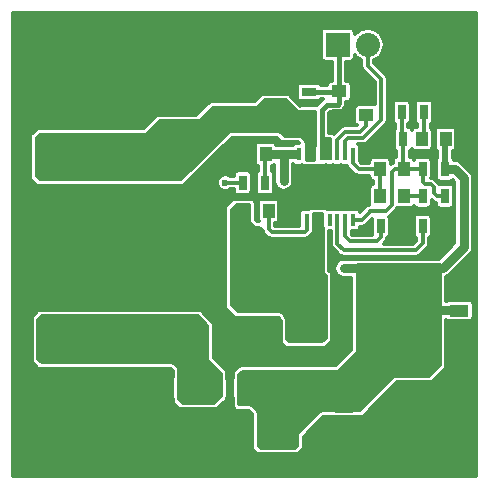
<source format=gbr>
G04 #@! TF.FileFunction,Copper,L2,Bot,Mixed*
%FSLAX46Y46*%
G04 Gerber Fmt 4.6, Leading zero omitted, Abs format (unit mm)*
G04 Created by KiCad (PCBNEW 4.0.2-stable) date 26/09/2016 11:14:20*
%MOMM*%
G01*
G04 APERTURE LIST*
%ADD10C,0.150000*%
%ADD11R,2.900680X5.400040*%
%ADD12R,1.300000X0.700000*%
%ADD13R,3.810000X3.810000*%
%ADD14R,0.450000X1.050000*%
%ADD15R,0.895000X1.470000*%
%ADD16C,0.600000*%
%ADD17C,5.600000*%
%ADD18R,1.250000X1.000000*%
%ADD19R,1.000000X1.250000*%
%ADD20R,2.600000X3.200000*%
%ADD21R,0.700000X1.300000*%
%ADD22R,3.500120X1.800860*%
%ADD23R,2.032000X2.032000*%
%ADD24O,2.032000X2.032000*%
%ADD25C,1.300000*%
%ADD26R,1.300000X1.300000*%
%ADD27R,2.700020X4.000500*%
%ADD28R,1.600000X1.000000*%
%ADD29R,1.000000X1.600000*%
%ADD30C,0.800000*%
%ADD31C,0.300000*%
%ADD32C,0.600000*%
%ADD33C,1.000000*%
%ADD34C,1.500000*%
%ADD35C,0.400000*%
%ADD36C,0.500000*%
%ADD37C,2.500000*%
%ADD38C,2.000000*%
G04 APERTURE END LIST*
D10*
D11*
X148668740Y-96520000D03*
X158671260Y-96520000D03*
D12*
X148971000Y-79944000D03*
X148971000Y-78044000D03*
D13*
X128350000Y-93726000D03*
X133350000Y-93726000D03*
D14*
X148093000Y-83331000D03*
X148743000Y-83331000D03*
X149393000Y-83331000D03*
X150043000Y-83331000D03*
X150693000Y-83331000D03*
X151343000Y-83331000D03*
X151993000Y-83331000D03*
X152643000Y-83331000D03*
X152643000Y-88881000D03*
X151993000Y-88881000D03*
X151343000Y-88881000D03*
X150693000Y-88881000D03*
X150043000Y-88881000D03*
X149393000Y-88881000D03*
X148743000Y-88881000D03*
X148093000Y-88881000D03*
D15*
X151710500Y-86841000D03*
X150815500Y-86841000D03*
X149920500Y-86841000D03*
X149025500Y-86841000D03*
X151710500Y-85371000D03*
X150815500Y-85371000D03*
X149920500Y-85371000D03*
X149025500Y-85371000D03*
D16*
X148971000Y-84963000D03*
X148971000Y-85725000D03*
X148971000Y-86487000D03*
X149987000Y-84963000D03*
X149987000Y-85725000D03*
X148971000Y-87249000D03*
X150749000Y-84963000D03*
X149987000Y-86487000D03*
X149987000Y-87249000D03*
X151638000Y-84963000D03*
X150749000Y-85725000D03*
X150749000Y-86487000D03*
X150749000Y-87249000D03*
X151638000Y-85725000D03*
X151638000Y-86487000D03*
X151638000Y-87249000D03*
D17*
X128270000Y-106172000D03*
X128270000Y-75692000D03*
X158750000Y-106172000D03*
X158750000Y-75692000D03*
D18*
X143637000Y-79740000D03*
X143637000Y-77740000D03*
X141351000Y-79740000D03*
X141351000Y-77740000D03*
X151511000Y-77994000D03*
X151511000Y-79994000D03*
X153797000Y-79994000D03*
X153797000Y-77994000D03*
D19*
X143526000Y-88138000D03*
X145526000Y-88138000D03*
X154956000Y-84582000D03*
X156956000Y-84582000D03*
X145272000Y-83312000D03*
X143272000Y-83312000D03*
X156956000Y-86868000D03*
X154956000Y-86868000D03*
X160512000Y-82042000D03*
X158512000Y-82042000D03*
D20*
X138132000Y-92710000D03*
X145332000Y-92710000D03*
D21*
X155006000Y-89408000D03*
X156906000Y-89408000D03*
X160462000Y-86868000D03*
X158562000Y-86868000D03*
X160462000Y-84582000D03*
X158562000Y-84582000D03*
X156906000Y-82042000D03*
X155006000Y-82042000D03*
X158684000Y-79756000D03*
X156784000Y-79756000D03*
X145222000Y-85725000D03*
X143322000Y-85725000D03*
D13*
X128350000Y-83566000D03*
X133350000Y-83566000D03*
X128350000Y-88646000D03*
X133350000Y-88646000D03*
X128350000Y-98806000D03*
X133350000Y-98806000D03*
D21*
X158562000Y-89408000D03*
X160462000Y-89408000D03*
D22*
X140256260Y-107061000D03*
X146255740Y-107061000D03*
D21*
X143190000Y-103124000D03*
X141290000Y-103124000D03*
D23*
X151384000Y-74041000D03*
D24*
X153924000Y-74041000D03*
D22*
X144604740Y-98806000D03*
X138605260Y-98806000D03*
D25*
X146431000Y-76748000D03*
D26*
X146431000Y-79248000D03*
D27*
X137668000Y-74724260D03*
X137668000Y-82501740D03*
D28*
X151892000Y-104672000D03*
X151892000Y-107672000D03*
D29*
X138279000Y-103124000D03*
X135279000Y-103124000D03*
D28*
X161671000Y-96544000D03*
X161671000Y-99544000D03*
D16*
X146812000Y-85598000D03*
X151892000Y-92964000D03*
X141859000Y-85725000D03*
X153797000Y-77994000D03*
X161671000Y-100965000D03*
X133731000Y-103124000D03*
X151892000Y-109093000D03*
X143637000Y-76200000D03*
X141351000Y-76200000D03*
X140081000Y-76073000D03*
X140081000Y-73406000D03*
X140081000Y-74676000D03*
X134874000Y-76200000D03*
X134874000Y-74676004D03*
X134874000Y-73533000D03*
X141478000Y-105537000D03*
X138430000Y-105537000D03*
X139446000Y-105537000D03*
X140462000Y-105537000D03*
X156906000Y-89408000D03*
X153670000Y-89662000D03*
X140462000Y-108585000D03*
X140208000Y-94742000D03*
X140208000Y-93726000D03*
X140208000Y-90678000D03*
X140208000Y-91694000D03*
X140208000Y-92710000D03*
X146304000Y-97282000D03*
X145288000Y-98806000D03*
X143256000Y-97282000D03*
X144272000Y-97282000D03*
X145288000Y-97282000D03*
X146304000Y-100330000D03*
X143256000Y-100330000D03*
X144272000Y-100330000D03*
X145288000Y-100330000D03*
X141478000Y-108585000D03*
X138430000Y-108585000D03*
X139446000Y-108585000D03*
X136144000Y-94742000D03*
X136144000Y-93726000D03*
X136144000Y-90678000D03*
X136144000Y-91694000D03*
X136144000Y-92710000D03*
X154940000Y-82042000D03*
X160528000Y-89408000D03*
X143272000Y-83312000D03*
X151511000Y-80010000D03*
X138132000Y-92710000D03*
D30*
X137668000Y-82628740D02*
X139494260Y-82628740D01*
X141351000Y-80772000D02*
X141351000Y-79740000D01*
X139494260Y-82628740D02*
X141351000Y-80772000D01*
X137668000Y-82628740D02*
X138605260Y-82628740D01*
X141351000Y-79883000D02*
X141351000Y-79740000D01*
D31*
X143510000Y-79994000D02*
X146254000Y-79994000D01*
X146254000Y-79994000D02*
X146431000Y-79817000D01*
D32*
X146431000Y-79817000D02*
X146431000Y-79248000D01*
X148971000Y-79944000D02*
X146304000Y-79944000D01*
D33*
X146304000Y-80645000D02*
X147066000Y-81407000D01*
X147066000Y-81407000D02*
X148463000Y-81407000D01*
X148463000Y-81407000D02*
X149098000Y-82042000D01*
X146304000Y-79944000D02*
X146304000Y-80645000D01*
D34*
X133350000Y-83566000D02*
X136652000Y-83566000D01*
X136652000Y-83566000D02*
X137668000Y-82550000D01*
X128350000Y-83566000D02*
X133350000Y-83566000D01*
D33*
X149098000Y-82042000D02*
X149098000Y-82486500D01*
X143764000Y-79994000D02*
X145018000Y-79994000D01*
X145018000Y-79994000D02*
X146254000Y-79994000D01*
X143764000Y-79994000D02*
X141224000Y-79994000D01*
D31*
X148743000Y-83331000D02*
X148743000Y-82397000D01*
X148743000Y-82397000D02*
X149098000Y-82042000D01*
X149393000Y-82337000D02*
X149098000Y-82042000D01*
X149393000Y-83331000D02*
X149393000Y-82337000D01*
X144018000Y-79994000D02*
X144068000Y-79944000D01*
X152019000Y-81407000D02*
X153289000Y-81407000D01*
X151343000Y-82083000D02*
X152019000Y-81407000D01*
X151343000Y-83331000D02*
X151343000Y-82083000D01*
X153797000Y-80899000D02*
X153797000Y-79994000D01*
X153289000Y-81407000D02*
X153797000Y-80899000D01*
D35*
X154010000Y-80035000D02*
X154051000Y-79994000D01*
D30*
X145332000Y-92710000D02*
X145332000Y-90722000D01*
X143526000Y-89424000D02*
X143526000Y-88138000D01*
X144018000Y-89916000D02*
X143526000Y-89424000D01*
X144526000Y-89916000D02*
X144018000Y-89916000D01*
X145332000Y-90722000D02*
X144526000Y-89916000D01*
X145332000Y-92710000D02*
X149733000Y-92710000D01*
X149733000Y-92710000D02*
X149860000Y-92710000D01*
X149860000Y-92710000D02*
X149733000Y-92710000D01*
D33*
X149733000Y-89916000D02*
X149733000Y-91777000D01*
X149733000Y-91777000D02*
X149733000Y-92710000D01*
X149733000Y-92710000D02*
X149733000Y-96090740D01*
X149733000Y-96090740D02*
X149303740Y-96520000D01*
D31*
X149393000Y-88881000D02*
X149393000Y-89957000D01*
X149606000Y-90170000D02*
X149733000Y-90170000D01*
X149733000Y-90170000D02*
X150043000Y-90170000D01*
X150043000Y-88881000D02*
X150043000Y-90170000D01*
X149393000Y-89957000D02*
X149606000Y-90170000D01*
X148743000Y-88881000D02*
X148743000Y-89763000D01*
X148743000Y-89763000D02*
X148590000Y-89916000D01*
X148590000Y-89916000D02*
X145796000Y-89916000D01*
X145796000Y-89916000D02*
X145526000Y-89646000D01*
X145526000Y-89646000D02*
X145526000Y-88138000D01*
X153162000Y-84582000D02*
X153670000Y-84582000D01*
X152643000Y-84063000D02*
X153162000Y-84582000D01*
X154956000Y-84582000D02*
X153670000Y-84582000D01*
X152643000Y-84063000D02*
X152643000Y-83331000D01*
X154956000Y-84582000D02*
X154956000Y-86868000D01*
X154159000Y-88119000D02*
X155467000Y-88119000D01*
X156210000Y-84582000D02*
X156956000Y-84582000D01*
X155956000Y-84836000D02*
X156210000Y-84582000D01*
X155956000Y-85090000D02*
X155956000Y-84836000D01*
X155956000Y-86106000D02*
X155956000Y-85090000D01*
X155956000Y-87630000D02*
X155956000Y-86106000D01*
X155448000Y-88138000D02*
X155956000Y-87630000D01*
X155467000Y-88119000D02*
X155448000Y-88138000D01*
X160462000Y-86868000D02*
X159766000Y-86868000D01*
X158562000Y-85664000D02*
X158562000Y-84582000D01*
X158750000Y-85852000D02*
X158562000Y-85664000D01*
X159258000Y-85852000D02*
X158750000Y-85852000D01*
X159512000Y-86106000D02*
X159258000Y-85852000D01*
X159512000Y-86614000D02*
X159512000Y-86106000D01*
X159766000Y-86868000D02*
X159512000Y-86614000D01*
X152643000Y-88881000D02*
X153397000Y-88881000D01*
X153397000Y-88881000D02*
X154159000Y-88119000D01*
X154159000Y-88119000D02*
X154178000Y-88100000D01*
X154178000Y-88100000D02*
X154140000Y-88138000D01*
X156906000Y-82042000D02*
X156906000Y-84532000D01*
X156906000Y-84532000D02*
X156956000Y-84582000D01*
X156784000Y-79756000D02*
X156784000Y-81920000D01*
X156784000Y-81920000D02*
X156906000Y-82042000D01*
X156718000Y-84344000D02*
X156956000Y-84582000D01*
X156956000Y-84582000D02*
X158562000Y-84582000D01*
D30*
X158671260Y-96520000D02*
X158671260Y-93042740D01*
X158671260Y-93042740D02*
X158750000Y-92964000D01*
X158750000Y-92964000D02*
X160274000Y-92964000D01*
X160274000Y-92964000D02*
X162052000Y-91186000D01*
X161290000Y-84582000D02*
X160462000Y-84582000D01*
X162052000Y-85344000D02*
X161290000Y-84582000D01*
X162052000Y-91186000D02*
X162052000Y-85344000D01*
X146812000Y-83312000D02*
X146812000Y-85598000D01*
X151892000Y-92964000D02*
X158750000Y-92964000D01*
X158671260Y-96520000D02*
X161647000Y-96520000D01*
X161647000Y-96520000D02*
X161671000Y-96544000D01*
X145796000Y-103124000D02*
X143764000Y-103124000D01*
X143764000Y-103124000D02*
X143190000Y-103124000D01*
D36*
X160462000Y-84582000D02*
X160462000Y-82092000D01*
X160462000Y-82092000D02*
X160512000Y-82042000D01*
D35*
X148336000Y-102346000D02*
X148336000Y-103124000D01*
X148336000Y-103124000D02*
X148336000Y-102870000D01*
X148336000Y-102870000D02*
X148336000Y-103124000D01*
D37*
X146304000Y-103124000D02*
X145796000Y-103124000D01*
X145796000Y-103124000D02*
X148336000Y-103124000D01*
X148336000Y-103124000D02*
X149733000Y-103124000D01*
X149733000Y-103124000D02*
X152654000Y-103124000D01*
X154432000Y-99060000D02*
X156972000Y-96520000D01*
X154432000Y-101346000D02*
X154432000Y-99060000D01*
X152654000Y-103124000D02*
X154432000Y-101346000D01*
D31*
X160462000Y-82092000D02*
X160512000Y-82042000D01*
D30*
X159258000Y-96471740D02*
X159306260Y-96520000D01*
X146525740Y-107077000D02*
X146509740Y-107061000D01*
X146525740Y-107077000D02*
X146509740Y-107061000D01*
D33*
X146542000Y-107093260D02*
X146509740Y-107061000D01*
D30*
X146542000Y-107093260D02*
X146509740Y-107061000D01*
D32*
X146542000Y-107093260D02*
X146509740Y-107061000D01*
D34*
X146304000Y-103759000D02*
X146304000Y-106855260D01*
X146304000Y-106855260D02*
X146509740Y-107061000D01*
D30*
X149733000Y-103124000D02*
X149987000Y-102870000D01*
D32*
X159322260Y-96536000D02*
X159306260Y-96520000D01*
D35*
X159258000Y-96471740D02*
X159306260Y-96520000D01*
X159512000Y-96725740D02*
X159306260Y-96520000D01*
X158941260Y-96536000D02*
X158925260Y-96520000D01*
D31*
X145222000Y-85725000D02*
X145222000Y-83362000D01*
X145222000Y-83362000D02*
X145272000Y-83312000D01*
D38*
X158671260Y-96774000D02*
X158925260Y-96520000D01*
D31*
X148074000Y-83312000D02*
X147828000Y-83312000D01*
D30*
X147828000Y-83312000D02*
X146812000Y-83312000D01*
D31*
X148074000Y-83312000D02*
X148093000Y-83331000D01*
D30*
X145272000Y-83312000D02*
X146812000Y-83312000D01*
D31*
X156956000Y-86868000D02*
X158562000Y-86868000D01*
X158684000Y-79756000D02*
X158684000Y-81870000D01*
X158684000Y-81870000D02*
X158512000Y-82042000D01*
X155067000Y-77089000D02*
X155067000Y-76962000D01*
X155067000Y-77089000D02*
X155067000Y-80391000D01*
X155067000Y-80391000D02*
X154051000Y-81407000D01*
X154051000Y-81407000D02*
X153543000Y-81915000D01*
X153543000Y-81915000D02*
X152273000Y-81915000D01*
X152273000Y-81915000D02*
X151993000Y-82195000D01*
X151993000Y-83331000D02*
X151993000Y-82195000D01*
X153924000Y-75819000D02*
X153924000Y-74041000D01*
X155067000Y-76962000D02*
X153924000Y-75819000D01*
X154178000Y-90678000D02*
X154686000Y-90678000D01*
X151993000Y-90271000D02*
X152400000Y-90678000D01*
X152400000Y-90678000D02*
X154178000Y-90678000D01*
X155006000Y-89408000D02*
X155006000Y-90358000D01*
X151993000Y-90271000D02*
X151993000Y-88881000D01*
X154686000Y-90678000D02*
X155006000Y-90358000D01*
X141859000Y-85725000D02*
X143322000Y-85725000D01*
X151892000Y-91440000D02*
X157480000Y-91440000D01*
X151343000Y-90891000D02*
X151892000Y-91440000D01*
X157480000Y-91440000D02*
X157988000Y-91440000D01*
X157988000Y-91440000D02*
X158562000Y-90866000D01*
X151343000Y-88881000D02*
X151343000Y-90891000D01*
X158562000Y-90866000D02*
X158562000Y-89408000D01*
X161671000Y-99544000D02*
X161671000Y-100965000D01*
X135279000Y-103124000D02*
X133731000Y-103124000D01*
X151892000Y-107672000D02*
X151892000Y-109093000D01*
X143637000Y-77740000D02*
X143637000Y-76200000D01*
X141351000Y-77740000D02*
X141351000Y-76200000D01*
X140081000Y-74676000D02*
X140081000Y-76073000D01*
X140081000Y-73406000D02*
X140081000Y-74676000D01*
X137668000Y-74724260D02*
X140032740Y-74724260D01*
X140032740Y-74724260D02*
X140081000Y-74676000D01*
X134874000Y-74676004D02*
X134874000Y-76200000D01*
X134922256Y-74724260D02*
X134874000Y-74676004D01*
X137668000Y-74724260D02*
X134922256Y-74724260D01*
X140510260Y-107061000D02*
X140510260Y-105585260D01*
X139446000Y-105537000D02*
X138430000Y-105537000D01*
X140510260Y-105585260D02*
X140462000Y-105537000D01*
D35*
X140462000Y-108585000D02*
X140510260Y-108536740D01*
X140510260Y-107061000D02*
X140510260Y-108536740D01*
X140208000Y-93726000D02*
X140208000Y-94742000D01*
X138132000Y-92710000D02*
X140208000Y-92710000D01*
X140208000Y-91694000D02*
X140208000Y-90678000D01*
X145288000Y-97282000D02*
X146304000Y-97282000D01*
D30*
X145239740Y-98806000D02*
X145288000Y-98806000D01*
D35*
X145288000Y-97282000D02*
X144272000Y-97282000D01*
X145288000Y-100330000D02*
X146304000Y-100330000D01*
X145239740Y-98806000D02*
X145239740Y-100281740D01*
X144272000Y-100330000D02*
X143256000Y-100330000D01*
X145239740Y-100281740D02*
X145288000Y-100330000D01*
X139446000Y-108585000D02*
X138430000Y-108585000D01*
X136144000Y-93726000D02*
X136144000Y-94742000D01*
X138132000Y-92710000D02*
X136144000Y-92710000D01*
X136144000Y-91694000D02*
X136144000Y-90678000D01*
X154940000Y-82042000D02*
X155006000Y-82042000D01*
X160528000Y-89408000D02*
X160462000Y-89408000D01*
D31*
X148639000Y-86841000D02*
X149025500Y-86841000D01*
D30*
X138132000Y-91484000D02*
X138132000Y-92710000D01*
D31*
X151511000Y-80010000D02*
X151511000Y-79994000D01*
X150693000Y-82113000D02*
X150043000Y-82113000D01*
X150693000Y-83331000D02*
X150693000Y-82113000D01*
X150043000Y-82113000D02*
X150043000Y-82042000D01*
X150043000Y-83331000D02*
X150043000Y-82042000D01*
D35*
X150043000Y-82042000D02*
X150043000Y-79573000D01*
X150043000Y-79573000D02*
X150241000Y-79375000D01*
X151511000Y-74168000D02*
X151511000Y-76200000D01*
X151511000Y-76200000D02*
X151511000Y-77994000D01*
D31*
X151511000Y-74168000D02*
X151384000Y-74041000D01*
X150114000Y-79502000D02*
X150241000Y-79375000D01*
D35*
X150241000Y-79375000D02*
X150495000Y-79121000D01*
X150495000Y-79121000D02*
X151384000Y-79121000D01*
X151384000Y-79121000D02*
X151511000Y-78994000D01*
X151511000Y-78994000D02*
X151511000Y-77994000D01*
X148971000Y-78044000D02*
X151461000Y-78044000D01*
D31*
X151461000Y-78044000D02*
X151511000Y-77994000D01*
D35*
X136652000Y-99584000D02*
X138462260Y-99584000D01*
X138462260Y-99584000D02*
X139240260Y-98806000D01*
D37*
X139240260Y-98806000D02*
X139240260Y-101902260D01*
X139240260Y-101902260D02*
X140208000Y-102870000D01*
D31*
X139240260Y-98806000D02*
X139240260Y-101648260D01*
X139240260Y-101648260D02*
X140716000Y-103124000D01*
X140716000Y-103124000D02*
X141290000Y-103124000D01*
D37*
X133350000Y-98806000D02*
X139240260Y-98806000D01*
D30*
X139176000Y-98870260D02*
X139240260Y-98806000D01*
X139176000Y-98870260D02*
X139240260Y-98806000D01*
D37*
X133350000Y-98806000D02*
X128350000Y-98806000D01*
D31*
G36*
X163097000Y-110519000D02*
X123923000Y-110519000D01*
X123923000Y-97282000D01*
X125453000Y-97282000D01*
X125453000Y-100711000D01*
X125482694Y-100863022D01*
X125571329Y-100996671D01*
X125952329Y-101377671D01*
X126080821Y-101464170D01*
X126238000Y-101496000D01*
X137246658Y-101496000D01*
X137391000Y-101640342D01*
X137391000Y-102205909D01*
X137367086Y-102324000D01*
X137367086Y-103924000D01*
X137391000Y-104051094D01*
X137391000Y-104140000D01*
X137420694Y-104292022D01*
X137509329Y-104425671D01*
X137890329Y-104806671D01*
X138018821Y-104893170D01*
X138176000Y-104925000D01*
X140970000Y-104925000D01*
X141122022Y-104895306D01*
X141255671Y-104806671D01*
X141890671Y-104171671D01*
X141977170Y-104043179D01*
X141990705Y-103976344D01*
X142019461Y-103934258D01*
X142051914Y-103774000D01*
X142051914Y-103124000D01*
X142386000Y-103124000D01*
X142428086Y-103335580D01*
X142428086Y-103774000D01*
X142456256Y-103923713D01*
X142471000Y-103946626D01*
X142471000Y-104521000D01*
X142500694Y-104673022D01*
X142589329Y-104806671D01*
X142716329Y-104933671D01*
X142844821Y-105020170D01*
X143002000Y-105052000D01*
X143850658Y-105052000D01*
X144122000Y-105323342D01*
X144122000Y-106021146D01*
X144093766Y-106160570D01*
X144093766Y-107961430D01*
X144121936Y-108111143D01*
X144131604Y-108126167D01*
X144151694Y-108229022D01*
X144240329Y-108362671D01*
X144494329Y-108616671D01*
X144622821Y-108703170D01*
X144780000Y-108735000D01*
X147828000Y-108735000D01*
X147980022Y-108705306D01*
X148113671Y-108616671D01*
X148367671Y-108362671D01*
X148454170Y-108234179D01*
X148486000Y-108077000D01*
X148486000Y-107228342D01*
X150154342Y-105560000D01*
X150973909Y-105560000D01*
X151092000Y-105583914D01*
X152692000Y-105583914D01*
X152819094Y-105560000D01*
X153289000Y-105560000D01*
X153441022Y-105530306D01*
X153574671Y-105441671D01*
X156377342Y-102639000D01*
X159131000Y-102639000D01*
X159283022Y-102609306D01*
X159416671Y-102520671D01*
X160432671Y-101504671D01*
X160519170Y-101376179D01*
X160551000Y-101219000D01*
X160551000Y-97324000D01*
X160571094Y-97324000D01*
X160575737Y-97331216D01*
X160710742Y-97423461D01*
X160871000Y-97455914D01*
X162471000Y-97455914D01*
X162620713Y-97427744D01*
X162758216Y-97339263D01*
X162850461Y-97204258D01*
X162882914Y-97044000D01*
X162882914Y-96044000D01*
X162854744Y-95894287D01*
X162766263Y-95756784D01*
X162631258Y-95664539D01*
X162471000Y-95632086D01*
X160871000Y-95632086D01*
X160721287Y-95660256D01*
X160634659Y-95716000D01*
X160551000Y-95716000D01*
X160551000Y-93712901D01*
X160581678Y-93706799D01*
X160842514Y-93532514D01*
X162620514Y-91754514D01*
X162794799Y-91493678D01*
X162856000Y-91186000D01*
X162856000Y-85344000D01*
X162814626Y-85136000D01*
X162794799Y-85036322D01*
X162620514Y-84775486D01*
X161858514Y-84013486D01*
X161597678Y-83839201D01*
X161290000Y-83778000D01*
X161192985Y-83778000D01*
X161116000Y-83658362D01*
X161116000Y-83059345D01*
X161161713Y-83050744D01*
X161299216Y-82962263D01*
X161391461Y-82827258D01*
X161423914Y-82667000D01*
X161423914Y-81417000D01*
X161395744Y-81267287D01*
X161307263Y-81129784D01*
X161172258Y-81037539D01*
X161012000Y-81005086D01*
X160012000Y-81005086D01*
X159862287Y-81033256D01*
X159724784Y-81121737D01*
X159632539Y-81256742D01*
X159600086Y-81417000D01*
X159600086Y-82667000D01*
X159628256Y-82816713D01*
X159716737Y-82954216D01*
X159808000Y-83016573D01*
X159808000Y-83661301D01*
X159732539Y-83771742D01*
X159700086Y-83932000D01*
X159700086Y-84370420D01*
X159658000Y-84582000D01*
X159700086Y-84793580D01*
X159700086Y-85232000D01*
X159728256Y-85381713D01*
X159816737Y-85519216D01*
X159951742Y-85611461D01*
X160112000Y-85643914D01*
X160812000Y-85643914D01*
X160961713Y-85615744D01*
X161098619Y-85527647D01*
X161248000Y-85677028D01*
X161248000Y-90852972D01*
X159940972Y-92160000D01*
X151892000Y-92160000D01*
X151584323Y-92221201D01*
X151323486Y-92395486D01*
X151149201Y-92656323D01*
X151088000Y-92964000D01*
X151149201Y-93271677D01*
X151323486Y-93532514D01*
X151584323Y-93706799D01*
X151892000Y-93768000D01*
X152504000Y-93768000D01*
X152504000Y-99908658D01*
X151216658Y-101196000D01*
X143256000Y-101196000D01*
X143103978Y-101225694D01*
X142970329Y-101314329D01*
X142589329Y-101695329D01*
X142502830Y-101823821D01*
X142471000Y-101981000D01*
X142471000Y-102298432D01*
X142460539Y-102313742D01*
X142428086Y-102474000D01*
X142428086Y-102912420D01*
X142386000Y-103124000D01*
X142051914Y-103124000D01*
X142051914Y-102474000D01*
X142023744Y-102324287D01*
X142009000Y-102301374D01*
X142009000Y-101854000D01*
X141979306Y-101701978D01*
X141890671Y-101568329D01*
X140894260Y-100571918D01*
X140894260Y-98806000D01*
X140866000Y-98663927D01*
X140866000Y-97790000D01*
X140836306Y-97637978D01*
X140747671Y-97504329D01*
X139858671Y-96615329D01*
X139730179Y-96528830D01*
X139573000Y-96497000D01*
X135294081Y-96497000D01*
X135255000Y-96489086D01*
X131445000Y-96489086D01*
X131402940Y-96497000D01*
X130294081Y-96497000D01*
X130255000Y-96489086D01*
X126445000Y-96489086D01*
X126402940Y-96497000D01*
X126238000Y-96497000D01*
X126085978Y-96526694D01*
X125952329Y-96615329D01*
X125571329Y-96996329D01*
X125484830Y-97124821D01*
X125453000Y-97282000D01*
X123923000Y-97282000D01*
X123923000Y-81915000D01*
X125326000Y-81915000D01*
X125326000Y-85217000D01*
X125355694Y-85369022D01*
X125444329Y-85502671D01*
X125825329Y-85883671D01*
X125953821Y-85970170D01*
X126111000Y-86002000D01*
X138176000Y-86002000D01*
X138328022Y-85972306D01*
X138461671Y-85883671D01*
X138480922Y-85864420D01*
X141154878Y-85864420D01*
X141261830Y-86123263D01*
X141459695Y-86321474D01*
X141718351Y-86428877D01*
X141998420Y-86429122D01*
X142257263Y-86322170D01*
X142300508Y-86279000D01*
X142560086Y-86279000D01*
X142560086Y-86375000D01*
X142588256Y-86524713D01*
X142676737Y-86662216D01*
X142811742Y-86754461D01*
X142972000Y-86786914D01*
X143672000Y-86786914D01*
X143821713Y-86758744D01*
X143959216Y-86670263D01*
X144051461Y-86535258D01*
X144083914Y-86375000D01*
X144083914Y-85075000D01*
X144055744Y-84925287D01*
X143967263Y-84787784D01*
X143832258Y-84695539D01*
X143672000Y-84663086D01*
X142972000Y-84663086D01*
X142822287Y-84691256D01*
X142684784Y-84779737D01*
X142592539Y-84914742D01*
X142560086Y-85075000D01*
X142560086Y-85171000D01*
X142300705Y-85171000D01*
X142258305Y-85128526D01*
X141999649Y-85021123D01*
X141719580Y-85020878D01*
X141460737Y-85127830D01*
X141262526Y-85325695D01*
X141155123Y-85584351D01*
X141154878Y-85864420D01*
X138480922Y-85864420D01*
X142407342Y-81938000D01*
X146263658Y-81938000D01*
X146526329Y-82200671D01*
X146654821Y-82287170D01*
X146812000Y-82319000D01*
X148041658Y-82319000D01*
X148116744Y-82394086D01*
X147868000Y-82394086D01*
X147718287Y-82422256D01*
X147585037Y-82508000D01*
X146136898Y-82508000D01*
X146067263Y-82399784D01*
X145932258Y-82307539D01*
X145772000Y-82275086D01*
X144772000Y-82275086D01*
X144622287Y-82303256D01*
X144484784Y-82391737D01*
X144392539Y-82526742D01*
X144360086Y-82687000D01*
X144360086Y-83937000D01*
X144388256Y-84086713D01*
X144476737Y-84224216D01*
X144611742Y-84316461D01*
X144668000Y-84327854D01*
X144668000Y-84726189D01*
X144584784Y-84779737D01*
X144492539Y-84914742D01*
X144460086Y-85075000D01*
X144460086Y-86375000D01*
X144488256Y-86524713D01*
X144576737Y-86662216D01*
X144711742Y-86754461D01*
X144872000Y-86786914D01*
X145572000Y-86786914D01*
X145721713Y-86758744D01*
X145859216Y-86670263D01*
X145951461Y-86535258D01*
X145983914Y-86375000D01*
X145983914Y-85075000D01*
X145955744Y-84925287D01*
X145867263Y-84787784D01*
X145776000Y-84725427D01*
X145776000Y-84348161D01*
X145921713Y-84320744D01*
X146008000Y-84265220D01*
X146008000Y-85598000D01*
X146069201Y-85905677D01*
X146243486Y-86166514D01*
X146504323Y-86340799D01*
X146812000Y-86402000D01*
X147119677Y-86340799D01*
X147380514Y-86166514D01*
X147554799Y-85905677D01*
X147616000Y-85598000D01*
X147616000Y-84172776D01*
X147707742Y-84235461D01*
X147868000Y-84267914D01*
X148318000Y-84267914D01*
X148349211Y-84262041D01*
X148432821Y-84319170D01*
X148590000Y-84351000D01*
X149606000Y-84351000D01*
X149752837Y-84323371D01*
X149839019Y-84267914D01*
X150268000Y-84267914D01*
X150371672Y-84248407D01*
X150468000Y-84267914D01*
X150918000Y-84267914D01*
X151021672Y-84248407D01*
X151118000Y-84267914D01*
X151568000Y-84267914D01*
X151671672Y-84248407D01*
X151768000Y-84267914D01*
X152129760Y-84267914D01*
X152131171Y-84275007D01*
X152251263Y-84454737D01*
X152770263Y-84973737D01*
X152949993Y-85093829D01*
X153162000Y-85136000D01*
X154044086Y-85136000D01*
X154044086Y-85207000D01*
X154072256Y-85356713D01*
X154160737Y-85494216D01*
X154295742Y-85586461D01*
X154402000Y-85607979D01*
X154402000Y-85841247D01*
X154306287Y-85859256D01*
X154168784Y-85947737D01*
X154076539Y-86082742D01*
X154044086Y-86243000D01*
X154044086Y-87493000D01*
X154058530Y-87569764D01*
X153965994Y-87588171D01*
X153786263Y-87708263D01*
X153257523Y-88237003D01*
X153251744Y-88206287D01*
X153163263Y-88068784D01*
X153028258Y-87976539D01*
X152868000Y-87944086D01*
X152418000Y-87944086D01*
X152314328Y-87963593D01*
X152218000Y-87944086D01*
X151768000Y-87944086D01*
X151664328Y-87963593D01*
X151568000Y-87944086D01*
X151118000Y-87944086D01*
X151014328Y-87963593D01*
X150918000Y-87944086D01*
X150473194Y-87944086D01*
X150398179Y-87892830D01*
X150241000Y-87861000D01*
X149225000Y-87861000D01*
X149078163Y-87888629D01*
X148986241Y-87947780D01*
X148968000Y-87944086D01*
X148518000Y-87944086D01*
X148368287Y-87972256D01*
X148230784Y-88060737D01*
X148138539Y-88195742D01*
X148106086Y-88356000D01*
X148106086Y-89362000D01*
X146080000Y-89362000D01*
X146080000Y-89164753D01*
X146175713Y-89146744D01*
X146313216Y-89058263D01*
X146405461Y-88923258D01*
X146437914Y-88763000D01*
X146437914Y-87513000D01*
X146409744Y-87363287D01*
X146321263Y-87225784D01*
X146186258Y-87133539D01*
X146026000Y-87101086D01*
X145026000Y-87101086D01*
X144876287Y-87129256D01*
X144738784Y-87217737D01*
X144646539Y-87352742D01*
X144614086Y-87513000D01*
X144614086Y-88763000D01*
X144642256Y-88912713D01*
X144700998Y-89004000D01*
X144566342Y-89004000D01*
X144422000Y-88859658D01*
X144422000Y-88841586D01*
X144437914Y-88763000D01*
X144437914Y-87513000D01*
X144409744Y-87363287D01*
X144321263Y-87225784D01*
X144186258Y-87133539D01*
X144176147Y-87131492D01*
X144175179Y-87130830D01*
X144018000Y-87099000D01*
X142748000Y-87099000D01*
X142595978Y-87128694D01*
X142462329Y-87217329D01*
X141954329Y-87725329D01*
X141867830Y-87853821D01*
X141836000Y-88011000D01*
X141836000Y-96139000D01*
X141865694Y-96291022D01*
X141954329Y-96424671D01*
X142589329Y-97059671D01*
X142717821Y-97146170D01*
X142875000Y-97178000D01*
X146263658Y-97178000D01*
X146535000Y-97449342D01*
X146535000Y-99060000D01*
X146564694Y-99212022D01*
X146653329Y-99345671D01*
X146907329Y-99599671D01*
X147035821Y-99686170D01*
X147193000Y-99718000D01*
X150114000Y-99718000D01*
X150266022Y-99688306D01*
X150399671Y-99599671D01*
X150780671Y-99218671D01*
X150867170Y-99090179D01*
X150899000Y-98933000D01*
X150899000Y-93599000D01*
X150869306Y-93446978D01*
X150780671Y-93313329D01*
X150645000Y-93177658D01*
X150645000Y-92805519D01*
X150664000Y-92710000D01*
X150645000Y-92614481D01*
X150645000Y-89817914D01*
X150789000Y-89817914D01*
X150789000Y-90891000D01*
X150831171Y-91103007D01*
X150951263Y-91282737D01*
X151500263Y-91831737D01*
X151679993Y-91951829D01*
X151892000Y-91994000D01*
X157988000Y-91994000D01*
X158200007Y-91951829D01*
X158379737Y-91831737D01*
X158953737Y-91257737D01*
X159073830Y-91078006D01*
X159116000Y-90866000D01*
X159116000Y-90406811D01*
X159199216Y-90353263D01*
X159291461Y-90218258D01*
X159323914Y-90058000D01*
X159323914Y-88758000D01*
X159295744Y-88608287D01*
X159207263Y-88470784D01*
X159072258Y-88378539D01*
X158912000Y-88346086D01*
X158212000Y-88346086D01*
X158062287Y-88374256D01*
X157924784Y-88462737D01*
X157832539Y-88597742D01*
X157800086Y-88758000D01*
X157800086Y-90058000D01*
X157828256Y-90207713D01*
X157916737Y-90345216D01*
X158008000Y-90407573D01*
X158008000Y-90636526D01*
X157758526Y-90886000D01*
X155261474Y-90886000D01*
X155397737Y-90749737D01*
X155410565Y-90730539D01*
X155517829Y-90570007D01*
X155548866Y-90413976D01*
X155643216Y-90353263D01*
X155735461Y-90218258D01*
X155767914Y-90058000D01*
X155767914Y-88758000D01*
X155739744Y-88608287D01*
X155734462Y-88600079D01*
X155839737Y-88529737D01*
X156347737Y-88021738D01*
X156429396Y-87899527D01*
X156456000Y-87904914D01*
X157456000Y-87904914D01*
X157605713Y-87876744D01*
X157743216Y-87788263D01*
X157827679Y-87664647D01*
X157828256Y-87667713D01*
X157916737Y-87805216D01*
X158051742Y-87897461D01*
X158212000Y-87929914D01*
X158912000Y-87929914D01*
X159061713Y-87901744D01*
X159199216Y-87813263D01*
X159291461Y-87678258D01*
X159323914Y-87518000D01*
X159323914Y-87209388D01*
X159374263Y-87259737D01*
X159553993Y-87379829D01*
X159700086Y-87408889D01*
X159700086Y-87518000D01*
X159728256Y-87667713D01*
X159816737Y-87805216D01*
X159951742Y-87897461D01*
X160112000Y-87929914D01*
X160812000Y-87929914D01*
X160961713Y-87901744D01*
X161099216Y-87813263D01*
X161191461Y-87678258D01*
X161223914Y-87518000D01*
X161223914Y-86218000D01*
X161195744Y-86068287D01*
X161107263Y-85930784D01*
X160972258Y-85838539D01*
X160812000Y-85806086D01*
X160112000Y-85806086D01*
X159981499Y-85830641D01*
X159903737Y-85714263D01*
X159649737Y-85460263D01*
X159637362Y-85451994D01*
X159470007Y-85340171D01*
X159308514Y-85308048D01*
X159323914Y-85232000D01*
X159323914Y-83932000D01*
X159295744Y-83782287D01*
X159207263Y-83644784D01*
X159072258Y-83552539D01*
X158912000Y-83520086D01*
X158212000Y-83520086D01*
X158062287Y-83548256D01*
X157924784Y-83636737D01*
X157832539Y-83771742D01*
X157828789Y-83790262D01*
X157751263Y-83669784D01*
X157616258Y-83577539D01*
X157460000Y-83545896D01*
X157460000Y-83040811D01*
X157543216Y-82987263D01*
X157635461Y-82852258D01*
X157639211Y-82833738D01*
X157716737Y-82954216D01*
X157851742Y-83046461D01*
X158012000Y-83078914D01*
X159012000Y-83078914D01*
X159161713Y-83050744D01*
X159299216Y-82962263D01*
X159391461Y-82827258D01*
X159423914Y-82667000D01*
X159423914Y-81417000D01*
X159395744Y-81267287D01*
X159307263Y-81129784D01*
X159238000Y-81082459D01*
X159238000Y-80754811D01*
X159321216Y-80701263D01*
X159413461Y-80566258D01*
X159445914Y-80406000D01*
X159445914Y-79106000D01*
X159417744Y-78956287D01*
X159329263Y-78818784D01*
X159194258Y-78726539D01*
X159034000Y-78694086D01*
X158334000Y-78694086D01*
X158184287Y-78722256D01*
X158046784Y-78810737D01*
X157954539Y-78945742D01*
X157922086Y-79106000D01*
X157922086Y-80406000D01*
X157950256Y-80555713D01*
X158038737Y-80693216D01*
X158130000Y-80755573D01*
X158130000Y-81005086D01*
X158012000Y-81005086D01*
X157862287Y-81033256D01*
X157724784Y-81121737D01*
X157640321Y-81245353D01*
X157639744Y-81242287D01*
X157551263Y-81104784D01*
X157416258Y-81012539D01*
X157338000Y-80996691D01*
X157338000Y-80754811D01*
X157421216Y-80701263D01*
X157513461Y-80566258D01*
X157545914Y-80406000D01*
X157545914Y-79106000D01*
X157517744Y-78956287D01*
X157429263Y-78818784D01*
X157294258Y-78726539D01*
X157134000Y-78694086D01*
X156434000Y-78694086D01*
X156284287Y-78722256D01*
X156146784Y-78810737D01*
X156054539Y-78945742D01*
X156022086Y-79106000D01*
X156022086Y-80406000D01*
X156050256Y-80555713D01*
X156138737Y-80693216D01*
X156230000Y-80755573D01*
X156230000Y-81153499D01*
X156176539Y-81231742D01*
X156144086Y-81392000D01*
X156144086Y-82692000D01*
X156172256Y-82841713D01*
X156260737Y-82979216D01*
X156352000Y-83041573D01*
X156352000Y-83564655D01*
X156306287Y-83573256D01*
X156168784Y-83661737D01*
X156076539Y-83796742D01*
X156044086Y-83957000D01*
X156044086Y-84061002D01*
X155997993Y-84070171D01*
X155888674Y-84143216D01*
X155867914Y-84157087D01*
X155867914Y-83957000D01*
X155839744Y-83807287D01*
X155751263Y-83669784D01*
X155616258Y-83577539D01*
X155456000Y-83545086D01*
X154456000Y-83545086D01*
X154306287Y-83573256D01*
X154168784Y-83661737D01*
X154076539Y-83796742D01*
X154044086Y-83957000D01*
X154044086Y-84028000D01*
X153391474Y-84028000D01*
X153269736Y-83906262D01*
X153279914Y-83856000D01*
X153279914Y-82806000D01*
X153251744Y-82656287D01*
X153163263Y-82518784D01*
X153090402Y-82469000D01*
X153543000Y-82469000D01*
X153755007Y-82426829D01*
X153934737Y-82306737D01*
X154442737Y-81798738D01*
X154442739Y-81798735D01*
X155458737Y-80782737D01*
X155468734Y-80767775D01*
X155578829Y-80603007D01*
X155621000Y-80391000D01*
X155621000Y-76962000D01*
X155578829Y-76749993D01*
X155458737Y-76570263D01*
X154478000Y-75589526D01*
X154478000Y-75373652D01*
X154928092Y-75072911D01*
X155235909Y-74612229D01*
X155344000Y-74068819D01*
X155344000Y-74013181D01*
X155235909Y-73469771D01*
X154928092Y-73009089D01*
X154467410Y-72701272D01*
X153924000Y-72593181D01*
X153380590Y-72701272D01*
X152919908Y-73009089D01*
X152811914Y-73170714D01*
X152811914Y-73025000D01*
X152783744Y-72875287D01*
X152695263Y-72737784D01*
X152560258Y-72645539D01*
X152400000Y-72613086D01*
X150368000Y-72613086D01*
X150218287Y-72641256D01*
X150080784Y-72729737D01*
X149988539Y-72864742D01*
X149956086Y-73025000D01*
X149956086Y-75057000D01*
X149984256Y-75206713D01*
X150072737Y-75344216D01*
X150207742Y-75436461D01*
X150368000Y-75468914D01*
X150907000Y-75468914D01*
X150907000Y-77082086D01*
X150886000Y-77082086D01*
X150736287Y-77110256D01*
X150598784Y-77198737D01*
X150506539Y-77333742D01*
X150485021Y-77440000D01*
X149937637Y-77440000D01*
X149916263Y-77406784D01*
X149781258Y-77314539D01*
X149621000Y-77282086D01*
X148321000Y-77282086D01*
X148171287Y-77310256D01*
X148033784Y-77398737D01*
X147941539Y-77533742D01*
X147909086Y-77694000D01*
X147909086Y-78394000D01*
X147937256Y-78543713D01*
X148025737Y-78681216D01*
X148160742Y-78773461D01*
X148321000Y-78805914D01*
X149621000Y-78805914D01*
X149770713Y-78777744D01*
X149908216Y-78689263D01*
X149936410Y-78648000D01*
X150136613Y-78648000D01*
X150067907Y-78693908D01*
X149813910Y-78947906D01*
X149813907Y-78947908D01*
X149615908Y-79145908D01*
X149591734Y-79182086D01*
X148321000Y-79182086D01*
X148224572Y-79200230D01*
X147450512Y-78426170D01*
X147376263Y-78310784D01*
X147241258Y-78218539D01*
X147081000Y-78186086D01*
X145781000Y-78186086D01*
X145659221Y-78209000D01*
X145161000Y-78209000D01*
X145008978Y-78238694D01*
X144875329Y-78327329D01*
X144358658Y-78844000D01*
X144340586Y-78844000D01*
X144262000Y-78828086D01*
X143012000Y-78828086D01*
X142927423Y-78844000D01*
X142054586Y-78844000D01*
X141976000Y-78828086D01*
X140726000Y-78828086D01*
X140576287Y-78856256D01*
X140438784Y-78944737D01*
X140419073Y-78973585D01*
X139405658Y-79987000D01*
X136271000Y-79987000D01*
X136118978Y-80016694D01*
X135985329Y-80105329D01*
X134960658Y-81130000D01*
X126111000Y-81130000D01*
X125958978Y-81159694D01*
X125825329Y-81248329D01*
X125444329Y-81629329D01*
X125357830Y-81757821D01*
X125326000Y-81915000D01*
X123923000Y-81915000D01*
X123923000Y-71345000D01*
X163097000Y-71345000D01*
X163097000Y-110519000D01*
X163097000Y-110519000D01*
G37*
X163097000Y-110519000D02*
X123923000Y-110519000D01*
X123923000Y-97282000D01*
X125453000Y-97282000D01*
X125453000Y-100711000D01*
X125482694Y-100863022D01*
X125571329Y-100996671D01*
X125952329Y-101377671D01*
X126080821Y-101464170D01*
X126238000Y-101496000D01*
X137246658Y-101496000D01*
X137391000Y-101640342D01*
X137391000Y-102205909D01*
X137367086Y-102324000D01*
X137367086Y-103924000D01*
X137391000Y-104051094D01*
X137391000Y-104140000D01*
X137420694Y-104292022D01*
X137509329Y-104425671D01*
X137890329Y-104806671D01*
X138018821Y-104893170D01*
X138176000Y-104925000D01*
X140970000Y-104925000D01*
X141122022Y-104895306D01*
X141255671Y-104806671D01*
X141890671Y-104171671D01*
X141977170Y-104043179D01*
X141990705Y-103976344D01*
X142019461Y-103934258D01*
X142051914Y-103774000D01*
X142051914Y-103124000D01*
X142386000Y-103124000D01*
X142428086Y-103335580D01*
X142428086Y-103774000D01*
X142456256Y-103923713D01*
X142471000Y-103946626D01*
X142471000Y-104521000D01*
X142500694Y-104673022D01*
X142589329Y-104806671D01*
X142716329Y-104933671D01*
X142844821Y-105020170D01*
X143002000Y-105052000D01*
X143850658Y-105052000D01*
X144122000Y-105323342D01*
X144122000Y-106021146D01*
X144093766Y-106160570D01*
X144093766Y-107961430D01*
X144121936Y-108111143D01*
X144131604Y-108126167D01*
X144151694Y-108229022D01*
X144240329Y-108362671D01*
X144494329Y-108616671D01*
X144622821Y-108703170D01*
X144780000Y-108735000D01*
X147828000Y-108735000D01*
X147980022Y-108705306D01*
X148113671Y-108616671D01*
X148367671Y-108362671D01*
X148454170Y-108234179D01*
X148486000Y-108077000D01*
X148486000Y-107228342D01*
X150154342Y-105560000D01*
X150973909Y-105560000D01*
X151092000Y-105583914D01*
X152692000Y-105583914D01*
X152819094Y-105560000D01*
X153289000Y-105560000D01*
X153441022Y-105530306D01*
X153574671Y-105441671D01*
X156377342Y-102639000D01*
X159131000Y-102639000D01*
X159283022Y-102609306D01*
X159416671Y-102520671D01*
X160432671Y-101504671D01*
X160519170Y-101376179D01*
X160551000Y-101219000D01*
X160551000Y-97324000D01*
X160571094Y-97324000D01*
X160575737Y-97331216D01*
X160710742Y-97423461D01*
X160871000Y-97455914D01*
X162471000Y-97455914D01*
X162620713Y-97427744D01*
X162758216Y-97339263D01*
X162850461Y-97204258D01*
X162882914Y-97044000D01*
X162882914Y-96044000D01*
X162854744Y-95894287D01*
X162766263Y-95756784D01*
X162631258Y-95664539D01*
X162471000Y-95632086D01*
X160871000Y-95632086D01*
X160721287Y-95660256D01*
X160634659Y-95716000D01*
X160551000Y-95716000D01*
X160551000Y-93712901D01*
X160581678Y-93706799D01*
X160842514Y-93532514D01*
X162620514Y-91754514D01*
X162794799Y-91493678D01*
X162856000Y-91186000D01*
X162856000Y-85344000D01*
X162814626Y-85136000D01*
X162794799Y-85036322D01*
X162620514Y-84775486D01*
X161858514Y-84013486D01*
X161597678Y-83839201D01*
X161290000Y-83778000D01*
X161192985Y-83778000D01*
X161116000Y-83658362D01*
X161116000Y-83059345D01*
X161161713Y-83050744D01*
X161299216Y-82962263D01*
X161391461Y-82827258D01*
X161423914Y-82667000D01*
X161423914Y-81417000D01*
X161395744Y-81267287D01*
X161307263Y-81129784D01*
X161172258Y-81037539D01*
X161012000Y-81005086D01*
X160012000Y-81005086D01*
X159862287Y-81033256D01*
X159724784Y-81121737D01*
X159632539Y-81256742D01*
X159600086Y-81417000D01*
X159600086Y-82667000D01*
X159628256Y-82816713D01*
X159716737Y-82954216D01*
X159808000Y-83016573D01*
X159808000Y-83661301D01*
X159732539Y-83771742D01*
X159700086Y-83932000D01*
X159700086Y-84370420D01*
X159658000Y-84582000D01*
X159700086Y-84793580D01*
X159700086Y-85232000D01*
X159728256Y-85381713D01*
X159816737Y-85519216D01*
X159951742Y-85611461D01*
X160112000Y-85643914D01*
X160812000Y-85643914D01*
X160961713Y-85615744D01*
X161098619Y-85527647D01*
X161248000Y-85677028D01*
X161248000Y-90852972D01*
X159940972Y-92160000D01*
X151892000Y-92160000D01*
X151584323Y-92221201D01*
X151323486Y-92395486D01*
X151149201Y-92656323D01*
X151088000Y-92964000D01*
X151149201Y-93271677D01*
X151323486Y-93532514D01*
X151584323Y-93706799D01*
X151892000Y-93768000D01*
X152504000Y-93768000D01*
X152504000Y-99908658D01*
X151216658Y-101196000D01*
X143256000Y-101196000D01*
X143103978Y-101225694D01*
X142970329Y-101314329D01*
X142589329Y-101695329D01*
X142502830Y-101823821D01*
X142471000Y-101981000D01*
X142471000Y-102298432D01*
X142460539Y-102313742D01*
X142428086Y-102474000D01*
X142428086Y-102912420D01*
X142386000Y-103124000D01*
X142051914Y-103124000D01*
X142051914Y-102474000D01*
X142023744Y-102324287D01*
X142009000Y-102301374D01*
X142009000Y-101854000D01*
X141979306Y-101701978D01*
X141890671Y-101568329D01*
X140894260Y-100571918D01*
X140894260Y-98806000D01*
X140866000Y-98663927D01*
X140866000Y-97790000D01*
X140836306Y-97637978D01*
X140747671Y-97504329D01*
X139858671Y-96615329D01*
X139730179Y-96528830D01*
X139573000Y-96497000D01*
X135294081Y-96497000D01*
X135255000Y-96489086D01*
X131445000Y-96489086D01*
X131402940Y-96497000D01*
X130294081Y-96497000D01*
X130255000Y-96489086D01*
X126445000Y-96489086D01*
X126402940Y-96497000D01*
X126238000Y-96497000D01*
X126085978Y-96526694D01*
X125952329Y-96615329D01*
X125571329Y-96996329D01*
X125484830Y-97124821D01*
X125453000Y-97282000D01*
X123923000Y-97282000D01*
X123923000Y-81915000D01*
X125326000Y-81915000D01*
X125326000Y-85217000D01*
X125355694Y-85369022D01*
X125444329Y-85502671D01*
X125825329Y-85883671D01*
X125953821Y-85970170D01*
X126111000Y-86002000D01*
X138176000Y-86002000D01*
X138328022Y-85972306D01*
X138461671Y-85883671D01*
X138480922Y-85864420D01*
X141154878Y-85864420D01*
X141261830Y-86123263D01*
X141459695Y-86321474D01*
X141718351Y-86428877D01*
X141998420Y-86429122D01*
X142257263Y-86322170D01*
X142300508Y-86279000D01*
X142560086Y-86279000D01*
X142560086Y-86375000D01*
X142588256Y-86524713D01*
X142676737Y-86662216D01*
X142811742Y-86754461D01*
X142972000Y-86786914D01*
X143672000Y-86786914D01*
X143821713Y-86758744D01*
X143959216Y-86670263D01*
X144051461Y-86535258D01*
X144083914Y-86375000D01*
X144083914Y-85075000D01*
X144055744Y-84925287D01*
X143967263Y-84787784D01*
X143832258Y-84695539D01*
X143672000Y-84663086D01*
X142972000Y-84663086D01*
X142822287Y-84691256D01*
X142684784Y-84779737D01*
X142592539Y-84914742D01*
X142560086Y-85075000D01*
X142560086Y-85171000D01*
X142300705Y-85171000D01*
X142258305Y-85128526D01*
X141999649Y-85021123D01*
X141719580Y-85020878D01*
X141460737Y-85127830D01*
X141262526Y-85325695D01*
X141155123Y-85584351D01*
X141154878Y-85864420D01*
X138480922Y-85864420D01*
X142407342Y-81938000D01*
X146263658Y-81938000D01*
X146526329Y-82200671D01*
X146654821Y-82287170D01*
X146812000Y-82319000D01*
X148041658Y-82319000D01*
X148116744Y-82394086D01*
X147868000Y-82394086D01*
X147718287Y-82422256D01*
X147585037Y-82508000D01*
X146136898Y-82508000D01*
X146067263Y-82399784D01*
X145932258Y-82307539D01*
X145772000Y-82275086D01*
X144772000Y-82275086D01*
X144622287Y-82303256D01*
X144484784Y-82391737D01*
X144392539Y-82526742D01*
X144360086Y-82687000D01*
X144360086Y-83937000D01*
X144388256Y-84086713D01*
X144476737Y-84224216D01*
X144611742Y-84316461D01*
X144668000Y-84327854D01*
X144668000Y-84726189D01*
X144584784Y-84779737D01*
X144492539Y-84914742D01*
X144460086Y-85075000D01*
X144460086Y-86375000D01*
X144488256Y-86524713D01*
X144576737Y-86662216D01*
X144711742Y-86754461D01*
X144872000Y-86786914D01*
X145572000Y-86786914D01*
X145721713Y-86758744D01*
X145859216Y-86670263D01*
X145951461Y-86535258D01*
X145983914Y-86375000D01*
X145983914Y-85075000D01*
X145955744Y-84925287D01*
X145867263Y-84787784D01*
X145776000Y-84725427D01*
X145776000Y-84348161D01*
X145921713Y-84320744D01*
X146008000Y-84265220D01*
X146008000Y-85598000D01*
X146069201Y-85905677D01*
X146243486Y-86166514D01*
X146504323Y-86340799D01*
X146812000Y-86402000D01*
X147119677Y-86340799D01*
X147380514Y-86166514D01*
X147554799Y-85905677D01*
X147616000Y-85598000D01*
X147616000Y-84172776D01*
X147707742Y-84235461D01*
X147868000Y-84267914D01*
X148318000Y-84267914D01*
X148349211Y-84262041D01*
X148432821Y-84319170D01*
X148590000Y-84351000D01*
X149606000Y-84351000D01*
X149752837Y-84323371D01*
X149839019Y-84267914D01*
X150268000Y-84267914D01*
X150371672Y-84248407D01*
X150468000Y-84267914D01*
X150918000Y-84267914D01*
X151021672Y-84248407D01*
X151118000Y-84267914D01*
X151568000Y-84267914D01*
X151671672Y-84248407D01*
X151768000Y-84267914D01*
X152129760Y-84267914D01*
X152131171Y-84275007D01*
X152251263Y-84454737D01*
X152770263Y-84973737D01*
X152949993Y-85093829D01*
X153162000Y-85136000D01*
X154044086Y-85136000D01*
X154044086Y-85207000D01*
X154072256Y-85356713D01*
X154160737Y-85494216D01*
X154295742Y-85586461D01*
X154402000Y-85607979D01*
X154402000Y-85841247D01*
X154306287Y-85859256D01*
X154168784Y-85947737D01*
X154076539Y-86082742D01*
X154044086Y-86243000D01*
X154044086Y-87493000D01*
X154058530Y-87569764D01*
X153965994Y-87588171D01*
X153786263Y-87708263D01*
X153257523Y-88237003D01*
X153251744Y-88206287D01*
X153163263Y-88068784D01*
X153028258Y-87976539D01*
X152868000Y-87944086D01*
X152418000Y-87944086D01*
X152314328Y-87963593D01*
X152218000Y-87944086D01*
X151768000Y-87944086D01*
X151664328Y-87963593D01*
X151568000Y-87944086D01*
X151118000Y-87944086D01*
X151014328Y-87963593D01*
X150918000Y-87944086D01*
X150473194Y-87944086D01*
X150398179Y-87892830D01*
X150241000Y-87861000D01*
X149225000Y-87861000D01*
X149078163Y-87888629D01*
X148986241Y-87947780D01*
X148968000Y-87944086D01*
X148518000Y-87944086D01*
X148368287Y-87972256D01*
X148230784Y-88060737D01*
X148138539Y-88195742D01*
X148106086Y-88356000D01*
X148106086Y-89362000D01*
X146080000Y-89362000D01*
X146080000Y-89164753D01*
X146175713Y-89146744D01*
X146313216Y-89058263D01*
X146405461Y-88923258D01*
X146437914Y-88763000D01*
X146437914Y-87513000D01*
X146409744Y-87363287D01*
X146321263Y-87225784D01*
X146186258Y-87133539D01*
X146026000Y-87101086D01*
X145026000Y-87101086D01*
X144876287Y-87129256D01*
X144738784Y-87217737D01*
X144646539Y-87352742D01*
X144614086Y-87513000D01*
X144614086Y-88763000D01*
X144642256Y-88912713D01*
X144700998Y-89004000D01*
X144566342Y-89004000D01*
X144422000Y-88859658D01*
X144422000Y-88841586D01*
X144437914Y-88763000D01*
X144437914Y-87513000D01*
X144409744Y-87363287D01*
X144321263Y-87225784D01*
X144186258Y-87133539D01*
X144176147Y-87131492D01*
X144175179Y-87130830D01*
X144018000Y-87099000D01*
X142748000Y-87099000D01*
X142595978Y-87128694D01*
X142462329Y-87217329D01*
X141954329Y-87725329D01*
X141867830Y-87853821D01*
X141836000Y-88011000D01*
X141836000Y-96139000D01*
X141865694Y-96291022D01*
X141954329Y-96424671D01*
X142589329Y-97059671D01*
X142717821Y-97146170D01*
X142875000Y-97178000D01*
X146263658Y-97178000D01*
X146535000Y-97449342D01*
X146535000Y-99060000D01*
X146564694Y-99212022D01*
X146653329Y-99345671D01*
X146907329Y-99599671D01*
X147035821Y-99686170D01*
X147193000Y-99718000D01*
X150114000Y-99718000D01*
X150266022Y-99688306D01*
X150399671Y-99599671D01*
X150780671Y-99218671D01*
X150867170Y-99090179D01*
X150899000Y-98933000D01*
X150899000Y-93599000D01*
X150869306Y-93446978D01*
X150780671Y-93313329D01*
X150645000Y-93177658D01*
X150645000Y-92805519D01*
X150664000Y-92710000D01*
X150645000Y-92614481D01*
X150645000Y-89817914D01*
X150789000Y-89817914D01*
X150789000Y-90891000D01*
X150831171Y-91103007D01*
X150951263Y-91282737D01*
X151500263Y-91831737D01*
X151679993Y-91951829D01*
X151892000Y-91994000D01*
X157988000Y-91994000D01*
X158200007Y-91951829D01*
X158379737Y-91831737D01*
X158953737Y-91257737D01*
X159073830Y-91078006D01*
X159116000Y-90866000D01*
X159116000Y-90406811D01*
X159199216Y-90353263D01*
X159291461Y-90218258D01*
X159323914Y-90058000D01*
X159323914Y-88758000D01*
X159295744Y-88608287D01*
X159207263Y-88470784D01*
X159072258Y-88378539D01*
X158912000Y-88346086D01*
X158212000Y-88346086D01*
X158062287Y-88374256D01*
X157924784Y-88462737D01*
X157832539Y-88597742D01*
X157800086Y-88758000D01*
X157800086Y-90058000D01*
X157828256Y-90207713D01*
X157916737Y-90345216D01*
X158008000Y-90407573D01*
X158008000Y-90636526D01*
X157758526Y-90886000D01*
X155261474Y-90886000D01*
X155397737Y-90749737D01*
X155410565Y-90730539D01*
X155517829Y-90570007D01*
X155548866Y-90413976D01*
X155643216Y-90353263D01*
X155735461Y-90218258D01*
X155767914Y-90058000D01*
X155767914Y-88758000D01*
X155739744Y-88608287D01*
X155734462Y-88600079D01*
X155839737Y-88529737D01*
X156347737Y-88021738D01*
X156429396Y-87899527D01*
X156456000Y-87904914D01*
X157456000Y-87904914D01*
X157605713Y-87876744D01*
X157743216Y-87788263D01*
X157827679Y-87664647D01*
X157828256Y-87667713D01*
X157916737Y-87805216D01*
X158051742Y-87897461D01*
X158212000Y-87929914D01*
X158912000Y-87929914D01*
X159061713Y-87901744D01*
X159199216Y-87813263D01*
X159291461Y-87678258D01*
X159323914Y-87518000D01*
X159323914Y-87209388D01*
X159374263Y-87259737D01*
X159553993Y-87379829D01*
X159700086Y-87408889D01*
X159700086Y-87518000D01*
X159728256Y-87667713D01*
X159816737Y-87805216D01*
X159951742Y-87897461D01*
X160112000Y-87929914D01*
X160812000Y-87929914D01*
X160961713Y-87901744D01*
X161099216Y-87813263D01*
X161191461Y-87678258D01*
X161223914Y-87518000D01*
X161223914Y-86218000D01*
X161195744Y-86068287D01*
X161107263Y-85930784D01*
X160972258Y-85838539D01*
X160812000Y-85806086D01*
X160112000Y-85806086D01*
X159981499Y-85830641D01*
X159903737Y-85714263D01*
X159649737Y-85460263D01*
X159637362Y-85451994D01*
X159470007Y-85340171D01*
X159308514Y-85308048D01*
X159323914Y-85232000D01*
X159323914Y-83932000D01*
X159295744Y-83782287D01*
X159207263Y-83644784D01*
X159072258Y-83552539D01*
X158912000Y-83520086D01*
X158212000Y-83520086D01*
X158062287Y-83548256D01*
X157924784Y-83636737D01*
X157832539Y-83771742D01*
X157828789Y-83790262D01*
X157751263Y-83669784D01*
X157616258Y-83577539D01*
X157460000Y-83545896D01*
X157460000Y-83040811D01*
X157543216Y-82987263D01*
X157635461Y-82852258D01*
X157639211Y-82833738D01*
X157716737Y-82954216D01*
X157851742Y-83046461D01*
X158012000Y-83078914D01*
X159012000Y-83078914D01*
X159161713Y-83050744D01*
X159299216Y-82962263D01*
X159391461Y-82827258D01*
X159423914Y-82667000D01*
X159423914Y-81417000D01*
X159395744Y-81267287D01*
X159307263Y-81129784D01*
X159238000Y-81082459D01*
X159238000Y-80754811D01*
X159321216Y-80701263D01*
X159413461Y-80566258D01*
X159445914Y-80406000D01*
X159445914Y-79106000D01*
X159417744Y-78956287D01*
X159329263Y-78818784D01*
X159194258Y-78726539D01*
X159034000Y-78694086D01*
X158334000Y-78694086D01*
X158184287Y-78722256D01*
X158046784Y-78810737D01*
X157954539Y-78945742D01*
X157922086Y-79106000D01*
X157922086Y-80406000D01*
X157950256Y-80555713D01*
X158038737Y-80693216D01*
X158130000Y-80755573D01*
X158130000Y-81005086D01*
X158012000Y-81005086D01*
X157862287Y-81033256D01*
X157724784Y-81121737D01*
X157640321Y-81245353D01*
X157639744Y-81242287D01*
X157551263Y-81104784D01*
X157416258Y-81012539D01*
X157338000Y-80996691D01*
X157338000Y-80754811D01*
X157421216Y-80701263D01*
X157513461Y-80566258D01*
X157545914Y-80406000D01*
X157545914Y-79106000D01*
X157517744Y-78956287D01*
X157429263Y-78818784D01*
X157294258Y-78726539D01*
X157134000Y-78694086D01*
X156434000Y-78694086D01*
X156284287Y-78722256D01*
X156146784Y-78810737D01*
X156054539Y-78945742D01*
X156022086Y-79106000D01*
X156022086Y-80406000D01*
X156050256Y-80555713D01*
X156138737Y-80693216D01*
X156230000Y-80755573D01*
X156230000Y-81153499D01*
X156176539Y-81231742D01*
X156144086Y-81392000D01*
X156144086Y-82692000D01*
X156172256Y-82841713D01*
X156260737Y-82979216D01*
X156352000Y-83041573D01*
X156352000Y-83564655D01*
X156306287Y-83573256D01*
X156168784Y-83661737D01*
X156076539Y-83796742D01*
X156044086Y-83957000D01*
X156044086Y-84061002D01*
X155997993Y-84070171D01*
X155888674Y-84143216D01*
X155867914Y-84157087D01*
X155867914Y-83957000D01*
X155839744Y-83807287D01*
X155751263Y-83669784D01*
X155616258Y-83577539D01*
X155456000Y-83545086D01*
X154456000Y-83545086D01*
X154306287Y-83573256D01*
X154168784Y-83661737D01*
X154076539Y-83796742D01*
X154044086Y-83957000D01*
X154044086Y-84028000D01*
X153391474Y-84028000D01*
X153269736Y-83906262D01*
X153279914Y-83856000D01*
X153279914Y-82806000D01*
X153251744Y-82656287D01*
X153163263Y-82518784D01*
X153090402Y-82469000D01*
X153543000Y-82469000D01*
X153755007Y-82426829D01*
X153934737Y-82306737D01*
X154442737Y-81798738D01*
X154442739Y-81798735D01*
X155458737Y-80782737D01*
X155468734Y-80767775D01*
X155578829Y-80603007D01*
X155621000Y-80391000D01*
X155621000Y-76962000D01*
X155578829Y-76749993D01*
X155458737Y-76570263D01*
X154478000Y-75589526D01*
X154478000Y-75373652D01*
X154928092Y-75072911D01*
X155235909Y-74612229D01*
X155344000Y-74068819D01*
X155344000Y-74013181D01*
X155235909Y-73469771D01*
X154928092Y-73009089D01*
X154467410Y-72701272D01*
X153924000Y-72593181D01*
X153380590Y-72701272D01*
X152919908Y-73009089D01*
X152811914Y-73170714D01*
X152811914Y-73025000D01*
X152783744Y-72875287D01*
X152695263Y-72737784D01*
X152560258Y-72645539D01*
X152400000Y-72613086D01*
X150368000Y-72613086D01*
X150218287Y-72641256D01*
X150080784Y-72729737D01*
X149988539Y-72864742D01*
X149956086Y-73025000D01*
X149956086Y-75057000D01*
X149984256Y-75206713D01*
X150072737Y-75344216D01*
X150207742Y-75436461D01*
X150368000Y-75468914D01*
X150907000Y-75468914D01*
X150907000Y-77082086D01*
X150886000Y-77082086D01*
X150736287Y-77110256D01*
X150598784Y-77198737D01*
X150506539Y-77333742D01*
X150485021Y-77440000D01*
X149937637Y-77440000D01*
X149916263Y-77406784D01*
X149781258Y-77314539D01*
X149621000Y-77282086D01*
X148321000Y-77282086D01*
X148171287Y-77310256D01*
X148033784Y-77398737D01*
X147941539Y-77533742D01*
X147909086Y-77694000D01*
X147909086Y-78394000D01*
X147937256Y-78543713D01*
X148025737Y-78681216D01*
X148160742Y-78773461D01*
X148321000Y-78805914D01*
X149621000Y-78805914D01*
X149770713Y-78777744D01*
X149908216Y-78689263D01*
X149936410Y-78648000D01*
X150136613Y-78648000D01*
X150067907Y-78693908D01*
X149813910Y-78947906D01*
X149813907Y-78947908D01*
X149615908Y-79145908D01*
X149591734Y-79182086D01*
X148321000Y-79182086D01*
X148224572Y-79200230D01*
X147450512Y-78426170D01*
X147376263Y-78310784D01*
X147241258Y-78218539D01*
X147081000Y-78186086D01*
X145781000Y-78186086D01*
X145659221Y-78209000D01*
X145161000Y-78209000D01*
X145008978Y-78238694D01*
X144875329Y-78327329D01*
X144358658Y-78844000D01*
X144340586Y-78844000D01*
X144262000Y-78828086D01*
X143012000Y-78828086D01*
X142927423Y-78844000D01*
X142054586Y-78844000D01*
X141976000Y-78828086D01*
X140726000Y-78828086D01*
X140576287Y-78856256D01*
X140438784Y-78944737D01*
X140419073Y-78973585D01*
X139405658Y-79987000D01*
X136271000Y-79987000D01*
X136118978Y-80016694D01*
X135985329Y-80105329D01*
X134960658Y-81130000D01*
X126111000Y-81130000D01*
X125958978Y-81159694D01*
X125825329Y-81248329D01*
X125444329Y-81629329D01*
X125357830Y-81757821D01*
X125326000Y-81915000D01*
X123923000Y-81915000D01*
X123923000Y-71345000D01*
X163097000Y-71345000D01*
X163097000Y-110519000D01*
G36*
X154244086Y-90058000D02*
X154256505Y-90124000D01*
X152629474Y-90124000D01*
X152547000Y-90041526D01*
X152547000Y-89817914D01*
X152868000Y-89817914D01*
X153017713Y-89789744D01*
X153155216Y-89701263D01*
X153247461Y-89566258D01*
X153274041Y-89435000D01*
X153397000Y-89435000D01*
X153609007Y-89392829D01*
X153788737Y-89272737D01*
X154244086Y-88817388D01*
X154244086Y-90058000D01*
X154244086Y-90058000D01*
G37*
X154244086Y-90058000D02*
X154256505Y-90124000D01*
X152629474Y-90124000D01*
X152547000Y-90041526D01*
X152547000Y-89817914D01*
X152868000Y-89817914D01*
X153017713Y-89789744D01*
X153155216Y-89701263D01*
X153247461Y-89566258D01*
X153274041Y-89435000D01*
X153397000Y-89435000D01*
X153609007Y-89392829D01*
X153788737Y-89272737D01*
X154244086Y-88817388D01*
X154244086Y-90058000D01*
G36*
X152919908Y-75072911D02*
X153370000Y-75373652D01*
X153370000Y-75819000D01*
X153412171Y-76031007D01*
X153525089Y-76200000D01*
X153532263Y-76210737D01*
X154513000Y-77191474D01*
X154513000Y-79100514D01*
X154422000Y-79082086D01*
X153172000Y-79082086D01*
X153022287Y-79110256D01*
X152884784Y-79198737D01*
X152792539Y-79333742D01*
X152760086Y-79494000D01*
X152760086Y-80494000D01*
X152788256Y-80643713D01*
X152876737Y-80781216D01*
X152981796Y-80853000D01*
X152019000Y-80853000D01*
X151806993Y-80895171D01*
X151732419Y-80945000D01*
X151627263Y-81015263D01*
X151072695Y-81569831D01*
X151033179Y-81542830D01*
X150876000Y-81511000D01*
X150647000Y-81511000D01*
X150647000Y-79823185D01*
X150668092Y-79802093D01*
X150668094Y-79802090D01*
X150745184Y-79725000D01*
X151384000Y-79725000D01*
X151615141Y-79679023D01*
X151811092Y-79548092D01*
X151938092Y-79421093D01*
X152069023Y-79225141D01*
X152077587Y-79182086D01*
X152115000Y-78994000D01*
X152115000Y-78905914D01*
X152136000Y-78905914D01*
X152285713Y-78877744D01*
X152423216Y-78789263D01*
X152515461Y-78654258D01*
X152547914Y-78494000D01*
X152547914Y-77494000D01*
X152519744Y-77344287D01*
X152431263Y-77206784D01*
X152296258Y-77114539D01*
X152136000Y-77082086D01*
X152115000Y-77082086D01*
X152115000Y-75468914D01*
X152400000Y-75468914D01*
X152549713Y-75440744D01*
X152687216Y-75352263D01*
X152779461Y-75217258D01*
X152811914Y-75057000D01*
X152811914Y-74911286D01*
X152919908Y-75072911D01*
X152919908Y-75072911D01*
G37*
X152919908Y-75072911D02*
X153370000Y-75373652D01*
X153370000Y-75819000D01*
X153412171Y-76031007D01*
X153525089Y-76200000D01*
X153532263Y-76210737D01*
X154513000Y-77191474D01*
X154513000Y-79100514D01*
X154422000Y-79082086D01*
X153172000Y-79082086D01*
X153022287Y-79110256D01*
X152884784Y-79198737D01*
X152792539Y-79333742D01*
X152760086Y-79494000D01*
X152760086Y-80494000D01*
X152788256Y-80643713D01*
X152876737Y-80781216D01*
X152981796Y-80853000D01*
X152019000Y-80853000D01*
X151806993Y-80895171D01*
X151732419Y-80945000D01*
X151627263Y-81015263D01*
X151072695Y-81569831D01*
X151033179Y-81542830D01*
X150876000Y-81511000D01*
X150647000Y-81511000D01*
X150647000Y-79823185D01*
X150668092Y-79802093D01*
X150668094Y-79802090D01*
X150745184Y-79725000D01*
X151384000Y-79725000D01*
X151615141Y-79679023D01*
X151811092Y-79548092D01*
X151938092Y-79421093D01*
X152069023Y-79225141D01*
X152077587Y-79182086D01*
X152115000Y-78994000D01*
X152115000Y-78905914D01*
X152136000Y-78905914D01*
X152285713Y-78877744D01*
X152423216Y-78789263D01*
X152515461Y-78654258D01*
X152547914Y-78494000D01*
X152547914Y-77494000D01*
X152519744Y-77344287D01*
X152431263Y-77206784D01*
X152296258Y-77114539D01*
X152136000Y-77082086D01*
X152115000Y-77082086D01*
X152115000Y-75468914D01*
X152400000Y-75468914D01*
X152549713Y-75440744D01*
X152687216Y-75352263D01*
X152779461Y-75217258D01*
X152811914Y-75057000D01*
X152811914Y-74911286D01*
X152919908Y-75072911D01*
G36*
X150726000Y-82707662D02*
X150706086Y-82806000D01*
X150706086Y-83670000D01*
X150029914Y-83670000D01*
X150029914Y-82806000D01*
X150010000Y-82700165D01*
X150010000Y-82065000D01*
X150726000Y-82065000D01*
X150726000Y-82707662D01*
X150726000Y-82707662D01*
G37*
X150726000Y-82707662D02*
X150706086Y-82806000D01*
X150706086Y-83670000D01*
X150029914Y-83670000D01*
X150029914Y-82806000D01*
X150010000Y-82700165D01*
X150010000Y-82065000D01*
X150726000Y-82065000D01*
X150726000Y-82707662D01*
G36*
X147975934Y-79735066D02*
X148025556Y-79767975D01*
X148082000Y-79779000D01*
X149439000Y-79779000D01*
X149439000Y-82042000D01*
X149456000Y-82127464D01*
X149456000Y-82620187D01*
X149438539Y-82645742D01*
X149406086Y-82806000D01*
X149406086Y-83797000D01*
X148740000Y-83797000D01*
X148740000Y-82296000D01*
X148728182Y-82237642D01*
X148696066Y-82189934D01*
X148315066Y-81808934D01*
X148265444Y-81776025D01*
X148209000Y-81765000D01*
X146874132Y-81765000D01*
X146537066Y-81427934D01*
X146487444Y-81395025D01*
X146431000Y-81384000D01*
X142240000Y-81384000D01*
X142181642Y-81395818D01*
X142133934Y-81427934D01*
X138113868Y-85448000D01*
X126173132Y-85448000D01*
X125880000Y-85154868D01*
X125880000Y-81977132D01*
X126173132Y-81684000D01*
X135128000Y-81684000D01*
X135186358Y-81672182D01*
X135234066Y-81640066D01*
X136333132Y-80541000D01*
X139573000Y-80541000D01*
X139631358Y-80529182D01*
X139679066Y-80497066D01*
X140778132Y-79398000D01*
X144526000Y-79398000D01*
X144584358Y-79386182D01*
X144632066Y-79354066D01*
X145223132Y-78763000D01*
X147003868Y-78763000D01*
X147975934Y-79735066D01*
X147975934Y-79735066D01*
G37*
X147975934Y-79735066D02*
X148025556Y-79767975D01*
X148082000Y-79779000D01*
X149439000Y-79779000D01*
X149439000Y-82042000D01*
X149456000Y-82127464D01*
X149456000Y-82620187D01*
X149438539Y-82645742D01*
X149406086Y-82806000D01*
X149406086Y-83797000D01*
X148740000Y-83797000D01*
X148740000Y-82296000D01*
X148728182Y-82237642D01*
X148696066Y-82189934D01*
X148315066Y-81808934D01*
X148265444Y-81776025D01*
X148209000Y-81765000D01*
X146874132Y-81765000D01*
X146537066Y-81427934D01*
X146487444Y-81395025D01*
X146431000Y-81384000D01*
X142240000Y-81384000D01*
X142181642Y-81395818D01*
X142133934Y-81427934D01*
X138113868Y-85448000D01*
X126173132Y-85448000D01*
X125880000Y-85154868D01*
X125880000Y-81977132D01*
X126173132Y-81684000D01*
X135128000Y-81684000D01*
X135186358Y-81672182D01*
X135234066Y-81640066D01*
X136333132Y-80541000D01*
X139573000Y-80541000D01*
X139631358Y-80529182D01*
X139679066Y-80497066D01*
X140778132Y-79398000D01*
X144526000Y-79398000D01*
X144584358Y-79386182D01*
X144632066Y-79354066D01*
X145223132Y-78763000D01*
X147003868Y-78763000D01*
X147975934Y-79735066D01*
G36*
X140312000Y-97852132D02*
X140312000Y-98529000D01*
X140208000Y-98529000D01*
X140149642Y-98540818D01*
X140100479Y-98574409D01*
X140068258Y-98624481D01*
X140058000Y-98679000D01*
X140058000Y-99949000D01*
X140069818Y-100007358D01*
X140103409Y-100056521D01*
X140153481Y-100088742D01*
X140208000Y-100099000D01*
X140312000Y-100099000D01*
X140312000Y-100711000D01*
X140323818Y-100769358D01*
X140355934Y-100817066D01*
X141455000Y-101916132D01*
X141455000Y-103823868D01*
X140907868Y-104371000D01*
X138238132Y-104371000D01*
X137945000Y-104077868D01*
X137945000Y-101473000D01*
X137933182Y-101414642D01*
X137901066Y-101366934D01*
X137520066Y-100985934D01*
X137470444Y-100953025D01*
X137414000Y-100942000D01*
X126300132Y-100942000D01*
X126007000Y-100648868D01*
X126007000Y-97344132D01*
X126300132Y-97051000D01*
X139510868Y-97051000D01*
X140312000Y-97852132D01*
X140312000Y-97852132D01*
G37*
X140312000Y-97852132D02*
X140312000Y-98529000D01*
X140208000Y-98529000D01*
X140149642Y-98540818D01*
X140100479Y-98574409D01*
X140068258Y-98624481D01*
X140058000Y-98679000D01*
X140058000Y-99949000D01*
X140069818Y-100007358D01*
X140103409Y-100056521D01*
X140153481Y-100088742D01*
X140208000Y-100099000D01*
X140312000Y-100099000D01*
X140312000Y-100711000D01*
X140323818Y-100769358D01*
X140355934Y-100817066D01*
X141455000Y-101916132D01*
X141455000Y-103823868D01*
X140907868Y-104371000D01*
X138238132Y-104371000D01*
X137945000Y-104077868D01*
X137945000Y-101473000D01*
X137933182Y-101414642D01*
X137901066Y-101366934D01*
X137520066Y-100985934D01*
X137470444Y-100953025D01*
X137414000Y-100942000D01*
X126300132Y-100942000D01*
X126007000Y-100648868D01*
X126007000Y-97344132D01*
X126300132Y-97051000D01*
X139510868Y-97051000D01*
X140312000Y-97852132D01*
G36*
X159997000Y-101156868D02*
X159068868Y-102085000D01*
X156210000Y-102085000D01*
X156151642Y-102096818D01*
X156103934Y-102128934D01*
X153226868Y-105006000D01*
X149987000Y-105006000D01*
X149928642Y-105017818D01*
X149880934Y-105049934D01*
X147975934Y-106954934D01*
X147943025Y-107004556D01*
X147932000Y-107061000D01*
X147932000Y-108014868D01*
X147765868Y-108181000D01*
X144842132Y-108181000D01*
X144676000Y-108014868D01*
X144676000Y-105156000D01*
X144664182Y-105097642D01*
X144632066Y-105049934D01*
X144124066Y-104541934D01*
X144074444Y-104509025D01*
X144018000Y-104498000D01*
X143064132Y-104498000D01*
X143025000Y-104458868D01*
X143025000Y-102043132D01*
X143318132Y-101750000D01*
X151384000Y-101750000D01*
X151442358Y-101738182D01*
X151490066Y-101706066D01*
X153014066Y-100182066D01*
X153046975Y-100132444D01*
X153058000Y-100076000D01*
X153058000Y-92733000D01*
X159997000Y-92733000D01*
X159997000Y-101156868D01*
X159997000Y-101156868D01*
G37*
X159997000Y-101156868D02*
X159068868Y-102085000D01*
X156210000Y-102085000D01*
X156151642Y-102096818D01*
X156103934Y-102128934D01*
X153226868Y-105006000D01*
X149987000Y-105006000D01*
X149928642Y-105017818D01*
X149880934Y-105049934D01*
X147975934Y-106954934D01*
X147943025Y-107004556D01*
X147932000Y-107061000D01*
X147932000Y-108014868D01*
X147765868Y-108181000D01*
X144842132Y-108181000D01*
X144676000Y-108014868D01*
X144676000Y-105156000D01*
X144664182Y-105097642D01*
X144632066Y-105049934D01*
X144124066Y-104541934D01*
X144074444Y-104509025D01*
X144018000Y-104498000D01*
X143064132Y-104498000D01*
X143025000Y-104458868D01*
X143025000Y-102043132D01*
X143318132Y-101750000D01*
X151384000Y-101750000D01*
X151442358Y-101738182D01*
X151490066Y-101706066D01*
X153014066Y-100182066D01*
X153046975Y-100132444D01*
X153058000Y-100076000D01*
X153058000Y-92733000D01*
X159997000Y-92733000D01*
X159997000Y-101156868D01*
G36*
X143868000Y-89027000D02*
X143879818Y-89085358D01*
X143911934Y-89133066D01*
X144292934Y-89514066D01*
X144342556Y-89546975D01*
X144399000Y-89558000D01*
X144717868Y-89558000D01*
X145013251Y-89853383D01*
X145014171Y-89858007D01*
X145092348Y-89975007D01*
X145134263Y-90037737D01*
X145404263Y-90307737D01*
X145583994Y-90427830D01*
X145796000Y-90470000D01*
X148590000Y-90470000D01*
X148802007Y-90427829D01*
X148981737Y-90307737D01*
X149134737Y-90154737D01*
X149254830Y-89975006D01*
X149255750Y-89970382D01*
X149331066Y-89895066D01*
X149363975Y-89845444D01*
X149375000Y-89789000D01*
X149375000Y-89430266D01*
X149379914Y-89406000D01*
X149379914Y-88415000D01*
X150056086Y-88415000D01*
X150056086Y-89406000D01*
X150084256Y-89555713D01*
X150091000Y-89566193D01*
X150091000Y-93345000D01*
X150102818Y-93403358D01*
X150134934Y-93451066D01*
X150345000Y-93661132D01*
X150345000Y-98870868D01*
X150051868Y-99164000D01*
X147255132Y-99164000D01*
X147089000Y-98997868D01*
X147089000Y-97282000D01*
X147077182Y-97223642D01*
X147045066Y-97175934D01*
X147005594Y-97136462D01*
X146901170Y-96883737D01*
X146703305Y-96685526D01*
X146444649Y-96578123D01*
X146164580Y-96577878D01*
X146052957Y-96624000D01*
X145539133Y-96624000D01*
X145428649Y-96578123D01*
X145148580Y-96577878D01*
X145036957Y-96624000D01*
X144523133Y-96624000D01*
X144412649Y-96578123D01*
X144132580Y-96577878D01*
X144020956Y-96624000D01*
X143507133Y-96624000D01*
X143396649Y-96578123D01*
X143116580Y-96577878D01*
X143004956Y-96624000D01*
X142937132Y-96624000D01*
X142390000Y-96076868D01*
X142390000Y-88073132D01*
X142810132Y-87653000D01*
X143868000Y-87653000D01*
X143868000Y-89027000D01*
X143868000Y-89027000D01*
G37*
X143868000Y-89027000D02*
X143879818Y-89085358D01*
X143911934Y-89133066D01*
X144292934Y-89514066D01*
X144342556Y-89546975D01*
X144399000Y-89558000D01*
X144717868Y-89558000D01*
X145013251Y-89853383D01*
X145014171Y-89858007D01*
X145092348Y-89975007D01*
X145134263Y-90037737D01*
X145404263Y-90307737D01*
X145583994Y-90427830D01*
X145796000Y-90470000D01*
X148590000Y-90470000D01*
X148802007Y-90427829D01*
X148981737Y-90307737D01*
X149134737Y-90154737D01*
X149254830Y-89975006D01*
X149255750Y-89970382D01*
X149331066Y-89895066D01*
X149363975Y-89845444D01*
X149375000Y-89789000D01*
X149375000Y-89430266D01*
X149379914Y-89406000D01*
X149379914Y-88415000D01*
X150056086Y-88415000D01*
X150056086Y-89406000D01*
X150084256Y-89555713D01*
X150091000Y-89566193D01*
X150091000Y-93345000D01*
X150102818Y-93403358D01*
X150134934Y-93451066D01*
X150345000Y-93661132D01*
X150345000Y-98870868D01*
X150051868Y-99164000D01*
X147255132Y-99164000D01*
X147089000Y-98997868D01*
X147089000Y-97282000D01*
X147077182Y-97223642D01*
X147045066Y-97175934D01*
X147005594Y-97136462D01*
X146901170Y-96883737D01*
X146703305Y-96685526D01*
X146444649Y-96578123D01*
X146164580Y-96577878D01*
X146052957Y-96624000D01*
X145539133Y-96624000D01*
X145428649Y-96578123D01*
X145148580Y-96577878D01*
X145036957Y-96624000D01*
X144523133Y-96624000D01*
X144412649Y-96578123D01*
X144132580Y-96577878D01*
X144020956Y-96624000D01*
X143507133Y-96624000D01*
X143396649Y-96578123D01*
X143116580Y-96577878D01*
X143004956Y-96624000D01*
X142937132Y-96624000D01*
X142390000Y-96076868D01*
X142390000Y-88073132D01*
X142810132Y-87653000D01*
X143868000Y-87653000D01*
X143868000Y-89027000D01*
M02*

</source>
